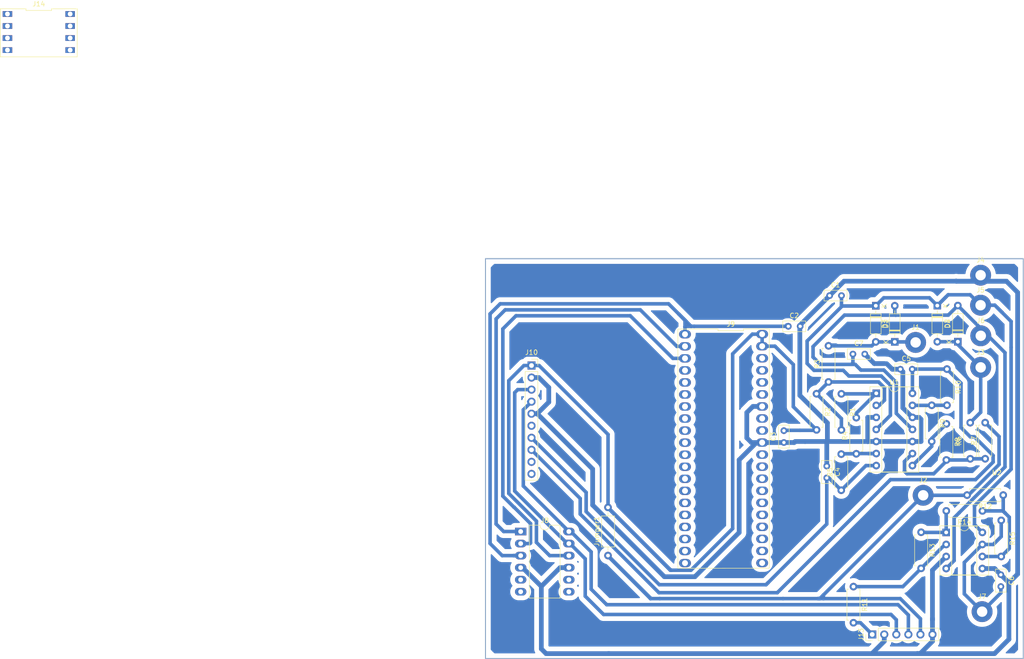
<source format=kicad_pcb>
(kicad_pcb (version 20221018) (generator pcbnew)
  (layers (0 "F.Cu" signal) (31 "B.Cu" signal) (34 "B.Paste" user) (35 "F.Paste" user) (36 "B.SilkS" user "B.Silkscreen") (37 "F.SilkS" user "F.Silkscreen") (38 "B.Mask" user) (39 "F.Mask" user) (44 "Edge.Cuts" user))
  (net 0 "")
  (net 1 "+5V")
  (net 2 "Net-(D3-A)")
  (net 3 "GND")
  (net 4 "Net-(J7-Pin_1)")
  (net 5 "Net-(J14-Pin_1)")
  (net 6 "Net-(J14-Pin_2)")
  (net 7 "Net-(J14-Pin_3)")
  (net 36 "Net-(J10-Pin_3)")
  (net 37 "Net-(J10-Pin_4)")
  (net 39 "Net-(J10-Pin_7)")
  (net 40 "Net-(J10-Pin_8)")
  (net 41 "Net-(J13-Pin_1)")
  (net 42 "Net-(R1-Pad1)")
  (net 43 "Net-(U1A--)")
  (net 44 "Net-(U1B--)")
  (net 45 "Net-(U1C--)")
  (net 46 "Net-(R8-Pad1)")
  (net 47 "Net-(U1D--)")
  (net 48 "Net-(U2A--)")
  (net 49 "Net-(U2B--)")
  (net 50 "Net-(R13-Pad1)")
  (net 51 "Net-(D1-K)")
  (net 52 "Net-(D1-A)")
  (net 53 "Net-(D2-A)")
  (footprint "Capacitor_THT:C_Rect_L4.6mm_W2.0mm_P2.50mm_MKS02_FKP02" (layer "F.Cu") (at 174.235 96.505 -90)
    (fp_text reference "C4")
    (fp_text value "100n")
  )
  (footprint "Diode_THT:D_DO-35_SOD27_P7.62mm_Horizontal" (layer "F.Cu") (at 197.525 62.665 -90)
    (fp_text reference "D2")
    (fp_text value "1N4749A")
  )
  (footprint "Capacitor_THT:C_Rect_L4.6mm_W2.0mm_P2.50mm_MKS02_FKP02" (layer "F.Cu") (at 166.13 67.03)
    (fp_text reference "C2")
    (fp_text value "100n")
  )
  (footprint "MountingHole:MountingHole_2.2mm_M2_Pad" (layer "F.Cu") (at 206.69 69.03)
    (fp_text reference "J6")
    (fp_text value "-12V")
  )
  (footprint "MountingHole:MountingHole_2.2mm_M2_Pad" (layer "F.Cu") (at 206.65 62.58)
    (fp_text reference "J5")
    (fp_text value "+12V")
  )
  (footprint "MountingHole:MountingHole_2.2mm_M2_Pad" (layer "F.Cu") (at 206.97 127.21)
    (fp_text reference "J7")
    (fp_text value "VM")
  )
  (footprint "MountingHole:MountingHole_2.2mm_M2_Pad" (layer "F.Cu") (at 192.96 70.43)
    (fp_text reference "J1")
    (fp_text value "VP")
  )
  (footprint "Capacitor_THT:C_Rect_L4.6mm_W2.0mm_P2.50mm_MKS02_FKP02" (layer "F.Cu") (at 210.92 119.42 -90)
    (fp_text reference "C6")
    (fp_text value "100n")
  )
  (footprint "Diode_THT:D_DO-35_SOD27_P7.62mm_Horizontal" (layer "F.Cu") (at 184.565 62.695 -90)
    (fp_text reference "D1")
    (fp_text value "1N4749A")
  )
  (footprint "Library:DIP-40_DAN_EXT-RaspGPIO" (layer "F.Cu") (at 154.01 92.82)
    (fp_text reference "J9")
    (fp_text value "Raspberry_Pi_2_3")
  )
  (footprint "Resistor_THT:R_Axial_DIN0207_L6.3mm_D2.5mm_P7.62mm_Horizontal" (layer "F.Cu") (at 177.285 101.605 90)
    (fp_text reference "R5")
    (fp_text value "2k")
  )
  (footprint "Resistor_THT:R_Axial_DIN0207_L6.3mm_D2.5mm_P7.62mm_Horizontal" (layer "F.Cu") (at 180.455 93.915 90)
    (fp_text reference "R4")
    (fp_text value "2k")
  )
  (footprint "Resistor_THT:R_Axial_DIN0207_L6.3mm_D2.5mm_P7.62mm_Horizontal" (layer "F.Cu") (at 194.12 110.46 -90)
    (fp_text reference "R13")
    (fp_text value "20k")
  )
  (footprint "Capacitor_THT:C_Rect_L4.6mm_W2.0mm_P2.50mm_MKS02_FKP02" (layer "F.Cu") (at 174.835 60.555)
    (fp_text reference "C1")
    (fp_text value "100n")
  )
  (footprint "Resistor_THT:R_Axial_DIN0207_L6.3mm_D2.5mm_P7.62mm_Horizontal" (layer "F.Cu") (at 211 107.96 -90)
    (fp_text reference "R15")
    (fp_text value "10k")
  )
  (footprint "Package_DIP:DIP-8_W7.62mm_Socket" (layer "F.Cu") (at 199.4 110.5)
    (fp_text reference "U2")
    (fp_text value "NE5532")
  )
  (footprint "Resistor_THT:R_Axial_DIN0207_L6.3mm_D2.5mm_P7.62mm_Horizontal" (layer "F.Cu") (at 196.355 83.685 -90)
    (fp_text reference "R9")
    (fp_text value "2k")
  )
  (footprint "Resistor_THT:R_Axial_DIN0207_L6.3mm_D2.5mm_P7.62mm_Horizontal" (layer "F.Cu") (at 204.465 94.975 90)
    (fp_text reference "R6")
    (fp_text value "20k")
  )
  (footprint "Package_DIP:DIP-14_W7.62mm_Socket" (layer "F.Cu") (at 184.665 81.165)
    (fp_text reference "U1")
    (fp_text value "TL084")
  )
  (footprint "Connector_PinSocket_2.54mm:PinSocket_1x10_P2.54mm_Vertical" (layer "F.Cu") (at 112.01 75.3)
    (fp_text reference "J10")
    (fp_text value "ADS1115")
  )
  (footprint "MountingHole:MountingHole_2.2mm_M2_Pad" (layer "F.Cu") (at 194.55 102.67)
    (fp_text reference "J2")
    (fp_text value "+5V")
  )
  (footprint "Resistor_THT:R_Axial_DIN0207_L6.3mm_D2.5mm_P7.62mm_Horizontal" (layer "F.Cu") (at 172.075 81.255 -90)
    (fp_text reference "R2")
    (fp_text value "20k")
  )
  (footprint "Resistor_THT:R_Axial_DIN0207_L6.3mm_D2.5mm_P10.16mm_Horizontal" (layer "F.Cu") (at 128.13 115.38 90)
    (fp_text reference "Jumper1")
    (fp_text value "0R")
  )
  (footprint "Resistor_THT:R_Axial_DIN0207_L6.3mm_D2.5mm_P7.62mm_Horizontal" (layer "F.Cu") (at 207.04 105.96 180)
    (fp_text reference "R14")
    (fp_text value "10k")
  )
  (footprint "Diode_THT:D_DO-35_SOD27_P7.62mm_Horizontal" (layer "F.Cu") (at 188.565 70.315 90)
    (fp_text reference "D3")
    (fp_text value "1N4749A")
  )
  (footprint "Resistor_THT:R_Axial_DIN0207_L6.3mm_D2.5mm_P7.62mm_Horizontal" (layer "F.Cu") (at 199.565 76.055 -90)
    (fp_text reference "R10")
    (fp_text value "2k")
  )
  (footprint "Resistor_THT:R_Axial_DIN0207_L6.3mm_D2.5mm_P7.62mm_Horizontal" (layer "F.Cu") (at 177.315 81.275 -90)
    (fp_text reference "R1")
    (fp_text value "10k")
  )
  (footprint "Capacitor_THT:C_Rect_L4.6mm_W2.0mm_P2.50mm_MKS02_FKP02" (layer "F.Cu") (at 179.745 72.885)
    (fp_text reference "C7")
    (fp_text value "100n")
  )
  (footprint "Library:DIP-12_DAN.GPIO_Conn" (layer "F.Cu") (at 109.725 110.31)
    (fp_text reference "J8")
    (fp_text value "Conn_01x12_Pin")
  )
  (footprint "Library:DIP-8_DAN GPIO Connector" (layer "F.Cu") (at 8.295 5.35)
    (fp_text reference "J14")
    (fp_text value "Level Shifter")
  )
  (footprint "Resistor_THT:R_Axial_DIN0207_L6.3mm_D2.5mm_P7.62mm_Horizontal" (layer "F.Cu") (at 211.42 102.63 180)
    (fp_text reference "R12")
    (fp_text value "10k")
  )
  (footprint "Resistor_THT:R_Axial_DIN0207_L6.3mm_D2.5mm_P7.62mm_Horizontal" (layer "F.Cu") (at 207.615 94.965 90)
    (fp_text reference "R7")
    (fp_text value "20k")
  )
  (footprint "MountingHole:MountingHole_2.2mm_M2_Pad" (layer "F.Cu") (at 206.67 75.69)
    (fp_text reference "J3")
    (fp_text value "VT")
  )
  (footprint "Resistor_THT:R_Axial_DIN0207_L6.3mm_D2.5mm_P7.62mm_Horizontal" (layer "F.Cu") (at 179.86 121.93 -90)
    (fp_text reference "R11")
    (fp_text value "10k")
  )
  (footprint "Diode_THT:D_DO-35_SOD27_P7.62mm_Horizontal" (layer "F.Cu") (at 201.855 70.275 90)
    (fp_text reference "D4")
    (fp_text value "1N4749A")
  )
  (footprint "Capacitor_THT:C_Rect_L4.6mm_W2.0mm_P2.50mm_MKS02_FKP02" (layer "F.Cu") (at 189.745 76.085)
    (fp_text reference "C5")
    (fp_text value "100n")
  )
  (footprint "Resistor_THT:R_Axial_DIN0207_L6.3mm_D2.5mm_P7.62mm_Horizontal" (layer "F.Cu") (at 174.605 78.765 90)
    (fp_text reference "R3")
    (fp_text value "20k")
  )
  (footprint "Connector_PinHeader_2.54mm:PinHeader_1x06_P2.54mm_Vertical" (layer "F.Cu") (at 183.81 132.02 90)
    (fp_text reference "J13")
    (fp_text value "MCP 4725")
  )
  (footprint "Capacitor_THT:C_Rect_L4.6mm_W2.0mm_P2.50mm_MKS02_FKP02" (layer "F.Cu") (at 165.2 91.54 90)
    (fp_text reference "C3")
    (fp_text value "100n")
  )
  (footprint "MountingHole:MountingHole_2.2mm_M2_Pad" (layer "F.Cu") (at 206.66 56.25)
    (fp_text reference "J4")
    (fp_text value "0V")
  )
  (footprint "Resistor_THT:R_Axial_DIN0207_L6.3mm_D2.5mm_P7.62mm_Horizontal" (layer "F.Cu") (at 199.435 87.605 -90)
    (fp_text reference "R8")
    (fp_text value "10k")
  )
  (gr_rect (start 102.319032 52.760054) (end 215.649032 137.110054) (stroke (width 0.2)) (fill none) (layer "B.Cu"))
  (gr_rect (start 102.319032 52.710054) (end 215.649032 137.110054) (stroke (width 0.1)) (fill none) (layer "Edge.Cuts"))
  (segment (start 137.08 124.33) (end 128.13 115.38) (width 0.75) (layer "B.Cu") (net 1))
  (segment (start 193.97 128.702233) (end 193.97 132.02) (width 0.75) (layer "B.Cu") (net 1))
  (segment (start 110.41 75.3) (end 107.22 78.49) (width 0.75) (layer "B.Cu") (net 1))
  (segment (start 163.33 71.23) (end 167.185 75.085) (width 0.75) (layer "B.Cu") (net 1))
  (segment (start 137.08 124.46) (end 137.08 124.33) (width 0.75) (layer "B.Cu") (net 1))
  (segment (start 210.54 90.27) (end 210.54 96.176574) (width 0.75) (layer "B.Cu") (net 1))
  (segment (start 210.54 96.176574) (end 203.996574 102.72) (width 0.75) (layer "B.Cu") (net 1))
  (segment (start 203.76 102.67) (end 203.8 102.63) (width 0.75) (layer "B.Cu") (net 1))
  (segment (start 112.01 75.3) (end 112.01 75.13) (width 0.75) (layer "B.Cu") (net 1))
  (segment (start 128.14 115.52) (end 137.08 124.46) (width 0.75) (layer "B.Cu") (net 1))
  (segment (start 119.885 115.39) (end 120.285 115.39) (width 0.75) (layer "B.Cu") (net 1))
  (segment (start 207.615 87.345) (end 210.54 90.27) (width 0.75) (layer "B.Cu") (net 1))
  (segment (start 160.615 68.69) (end 158.55 68.69) (width 0.75) (layer "B.Cu") (net 1))
  (segment (start 172.42 124.46) (end 173.53 124.46) (width 0.75) (layer "B.Cu") (net 1))
  (segment (start 128.14 105.36) (end 128.14 89.83) (width 0.75) (layer "B.Cu") (net 1))
  (segment (start 158.55 68.69) (end 154.4 72.84) (width 0.75) (layer "B.Cu") (net 1))
  (segment (start 160.615 71.23) (end 163.33 71.23) (width 0.75) (layer "B.Cu") (net 1))
  (segment (start 194.55 102.67) (end 203.76 102.67) (width 0.75) (layer "B.Cu") (net 1))
  (segment (start 113.05 108.117233) (end 113.05 112.6) (width 0.75) (layer "B.Cu") (net 1))
  (segment (start 113.05 112.6) (end 115.84 115.39) (width 0.75) (layer "B.Cu") (net 1))
  (segment (start 165.27 88.97) (end 165.2 89.04) (width 0.75) (layer "B.Cu") (net 1))
  (segment (start 168.58 88.97) (end 165.27 88.97) (width 0.75) (layer "B.Cu") (net 1))
  (segment (start 194.55 102.67) (end 173.53 123.69) (width 0.75) (layer "B.Cu") (net 1))
  (segment (start 107.22 102.287234) (end 113.05 108.117233) (width 0.75) (layer "B.Cu") (net 1))
  (segment (start 173.53 124.46) (end 189.727767 124.46) (width 0.75) (layer "B.Cu") (net 1))
  (segment (start 168.58 88.97) (end 171.98 88.97) (width 0.75) (layer "B.Cu") (net 1))
  (segment (start 112.01 75.3) (end 110.41 75.3) (width 0.75) (layer "B.Cu") (net 1))
  (segment (start 167.185 75.085) (end 167.185 83.985) (width 0.75) (layer "B.Cu") (net 1))
  (segment (start 145.615965 118.47) (end 141.5 118.47) (width 0.75) (layer "B.Cu") (net 1))
  (segment (start 113.61 75.3) (end 112.01 75.3) (width 0.75) (layer "B.Cu") (net 1))
  (segment (start 139.04 124.46) (end 165.02 124.46) (width 0.75) (layer "B.Cu") (net 1))
  (segment (start 141.5 118.47) (end 141.25 118.47) (width 0.75) (layer "B.Cu") (net 1))
  (segment (start 160.615 68.69) (end 160.615 71.23) (width 0.75) (layer "B.Cu") (net 1))
  (segment (start 172.76 124.46) (end 173.53 123.69) (width 0.75) (layer "B.Cu") (net 1))
  (segment (start 115.84 115.39) (end 119.885 115.39) (width 0.75) (layer "B.Cu") (net 1))
  (segment (start 128.13 105.22) (end 141.38 118.47) (width 0.75) (layer "B.Cu") (net 1))
  (segment (start 107.22 78.49) (end 107.22 102.287234) (width 0.75) (layer "B.Cu") (net 1))
  (segment (start 189.727767 124.46) (end 193.97 128.702233) (width 0.75) (layer "B.Cu") (net 1))
  (segment (start 137.08 124.46) (end 139.04 124.46) (width 0.75) (layer "B.Cu") (net 1))
  (segment (start 154.4 72.84) (end 154.4 109.685965) (width 0.75) (layer "B.Cu") (net 1))
  (segment (start 172.42 124.46) (end 172.76 124.46) (width 0.75) (layer "B.Cu") (net 1))
  (segment (start 167.185 83.985) (end 172.075 88.875) (width 0.75) (layer "B.Cu") (net 1))
  (segment (start 171.98 88.97) (end 172.075 88.875) (width 0.75) (layer "B.Cu") (net 1))
  (segment (start 141.38 118.47) (end 141.5 118.47) (width 0.75) (layer "B.Cu") (net 1))
  (segment (start 173.53 123.69) (end 173.53 124.46) (width 0.75) (layer "B.Cu") (net 1))
  (segment (start 165.02 124.46) (end 172.42 124.46) (width 0.75) (layer "B.Cu") (net 1))
  (segment (start 154.4 109.685965) (end 145.615965 118.47) (width 0.75) (layer "B.Cu") (net 1))
  (segment (start 128.14 89.83) (end 113.61 75.3) (width 0.75) (layer "B.Cu") (net 1))
  (segment (start 141.25 118.47) (end 128.14 105.36) (width 0.75) (layer "B.Cu") (net 1))
  (segment (start 202.148148 106.336852) (end 201.075 107.41) (width 0.75) (layer "B.Cu") (net 2))
  (segment (start 211.79 96.69434) (end 211.79 72.59) (width 0.75) (layer "B.Cu") (net 2))
  (segment (start 177.975 64.675) (end 171.345 71.305) (width 0.75) (layer "B.Cu") (net 2))
  (segment (start 181.435 76.265) (end 186.2688 76.265) (width 0.75) (layer "B.Cu") (net 2))
  (segment (start 190.608 87.1081) (end 192.285 88.785) (width 0.75) (layer "B.Cu") (net 2))
  (segment (start 179.745 74.755) (end 179.435 75.065) (width 0.75) (layer "B.Cu") (net 2))
  (segment (start 202.148148 106.336192) (end 202.148148 106.336852) (width 0.75) (layer "B.Cu") (net 2))
  (segment (start 211.79 72.59) (end 201.855 62.655) (width 0.75) (layer "B.Cu") (net 2))
  (segment (start 188.765 64.675) (end 199.835 64.675) (width 0.75) (layer "B.Cu") (net 2))
  (segment (start 188.765 64.675) (end 177.975 64.675) (width 0.75) (layer "B.Cu") (net 2))
  (segment (start 188.89 78.8862) (end 188.89 85.3901) (width 0.75) (layer "B.Cu") (net 2))
  (segment (start 188.89 85.3901) (end 190.608 87.1081) (width 0.75) (layer "B.Cu") (net 2))
  (segment (start 199.835 64.675) (end 201.855 62.655) (width 0.75) (layer "B.Cu") (net 2))
  (segment (start 171.345 73.525) (end 172.885 75.065) (width 0.75) (layer "B.Cu") (net 2))
  (segment (start 172.885 75.065) (end 179.435 75.065) (width 0.75) (layer "B.Cu") (net 2))
  (segment (start 199.4 118.12) (end 201.075 116.445) (width 0.75) (layer "B.Cu") (net 2))
  (segment (start 179.745 72.885) (end 179.745 74.755) (width 0.75) (layer "B.Cu") (net 2))
  (segment (start 188.565 64.475) (end 188.765 64.675) (width 0.75) (layer "B.Cu") (net 2))
  (segment (start 188.565 62.695) (end 188.565 64.475) (width 0.75) (layer "B.Cu") (net 2))
  (segment (start 201.075 116.445) (end 201.075 107.41) (width 0.75) (layer "B.Cu") (net 2))
  (segment (start 171.345 71.305) (end 171.345 73.525) (width 0.75) (layer "B.Cu") (net 2))
  (segment (start 202.148148 106.336192) (end 211.79 96.69434) (width 0.75) (layer "B.Cu") (net 2))
  (segment (start 180.235 75.065) (end 181.435 76.265) (width 0.75) (layer "B.Cu") (net 2))
  (segment (start 179.435 75.065) (end 180.235 75.065) (width 0.75) (layer "B.Cu") (net 2))
  (segment (start 186.2688 76.265) (end 188.89 78.8862) (width 0.75) (layer "B.Cu") (net 2))
  (segment (start 196.51 132.02) (end 196.51 133.46) (width 1) (layer "B.Cu") (net 3))
  (segment (start 158.67 83.93) (end 160.615 83.93) (width 1) (layer "B.Cu") (net 3))
  (segment (start 189.745 76.085) (end 190.265 76.605) (width 1) (layer "B.Cu") (net 3))
  (segment (start 114.08 121.879416) (end 114.08 135.06) (width 1) (layer "B.Cu") (net 3))
  (segment (start 155.775 110.515) (end 146.445 119.845) (width 1) (layer "B.Cu") (net 3))
  (segment (start 124.9 97.147919) (end 113.212081 85.46) (width 1) (layer "B.Cu") (net 3))
  (segment (start 196.51 118.464415) (end 199.394415 115.58) (width 1) (layer "B.Cu") (net 3))
  (segment (start 190.265 76.605) (end 190.265 84.230585) (width 1) (layer "B.Cu") (net 3))
  (segment (start 159.415 91.55) (end 155.775 95.19) (width 1) (layer "B.Cu") (net 3))
  (segment (start 174.365 91.325) (end 182.863 91.325) (width 1) (layer "B.Cu") (net 3))
  (segment (start 155.775 95.19) (end 155.775 110.515) (width 1) (layer "B.Cu") (net 3))
  (segment (start 196.51 133.46) (end 193.97 136) (width 1) (layer "B.Cu") (net 3))
  (segment (start 115.65 83.022081) (end 113.212081 85.46) (width 1) (layer "B.Cu") (net 3))
  (segment (start 193.97 136) (end 193.97 136.06) (width 1) (layer "B.Cu") (net 3))
  (segment (start 167.37 91.54) (end 167.585 91.325) (width 1) (layer "B.Cu") (net 3))
  (segment (start 174.365 87.4063) (end 174.365 91.325) (width 1) (layer "B.Cu") (net 3))
  (segment (start 160.615 91.55) (end 159.415 91.55) (width 1) (layer "B.Cu") (net 3))
  (segment (start 174.835 60.555) (end 177.88 57.51) (width 1) (layer "B.Cu") (net 3))
  (segment (start 214.455 59.885) (end 212.08 57.51) (width 1) (layer "B.Cu") (net 3))
  (segment (start 110.130584 117.93) (end 114.08 121.879416) (width 1) (layer "B.Cu") (net 3))
  (segment (start 189.745 76.085) (end 188.033344 76.085) (width 1) (layer "B.Cu") (net 3))
  (segment (start 174.835 60.555) (end 174.835 60.455) (width 1) (layer "B.Cu") (net 3))
  (segment (start 210.92 119.42) (end 212.62 121.12) (width 1) (layer "B.Cu") (net 3))
  (segment (start 182.863 86.245) (end 184.665 86.245) (width 1) (layer "B.Cu") (net 3))
  (segment (start 209.59 136.06) (end 193.31 136.06) (width 1) (layer "B.Cu") (net 3))
  (segment (start 118.029416 117.93) (end 119.885 117.93) (width 1) (layer "B.Cu") (net 3))
  (segment (start 199.394415 115.58) (end 199.4 115.58) (width 1) (layer "B.Cu") (net 3))
  (segment (start 212.62 133.03) (end 209.59 136.06) (width 1) (layer "B.Cu") (net 3))
  (segment (start 182.245 72.885) (end 184.25 74.89) (width 1) (layer "B.Cu") (net 3))
  (segment (start 115.65 79.94) (end 115.65 83.022081) (width 1) (layer "B.Cu") (net 3))
  (segment (start 169.675 91.325) (end 167.585 91.325) (width 1) (layer "B.Cu") (net 3))
  (segment (start 160.615 83.93) (end 160.835 83.93) (width 1) (layer "B.Cu") (net 3))
  (segment (start 186.35 132.02) (end 186.35 133.46) (width 1) (layer "B.Cu") (net 3))
  (segment (start 168.56 66.83) (end 168.56 81.6013) (width 1) (layer "B.Cu") (net 3))
  (segment (start 201.54 57.51) (end 201.49 57.46) (width 1) (layer "B.Cu") (net 3))
  (segment (start 212.62 121.12) (end 212.62 133.03) (width 1) (layer "B.Cu") (net 3))
  (segment (start 196.51 128.9) (end 196.51 118.464415) (width 1) (layer "B.Cu") (net 3))
  (segment (start 182.863 91.325) (end 184.665 91.325) (width 1) (layer "B.Cu") (net 3))
  (segment (start 188.033344 76.085) (end 186.868344 74.92) (width 1) (layer "B.Cu") (net 3))
  (segment (start 196.51 132.02) (end 196.51 128.9) (width 1) (layer "B.Cu") (net 3))
  (segment (start 209.62 118.12) (end 210.92 119.42) (width 1) (layer "B.Cu") (net 3))
  (segment (start 174.835 60.555) (end 168.56 66.83) (width 1) (layer "B.Cu") (net 3))
  (segment (start 186.35 133.46) (end 183.81 136) (width 1) (layer "B.Cu") (net 3))
  (segment (start 190.265 84.230585) (end 192.279415 86.245) (width 1) (layer "B.Cu") (net 3))
  (segment (start 157.38 85.22) (end 158.67 83.93) (width 1) (layer "B.Cu") (net 3))
  (segment (start 177.88 57.51) (end 212.08 57.51) (width 1) (layer "B.Cu") (net 3))
  (segment (start 165.19 91.55) (end 165.2 91.54) (width 1) (layer "B.Cu") (net 3))
  (segment (start 184.25 74.89) (end 186.457556 74.89) (width 1) (layer "B.Cu") (net 3))
  (segment (start 214.455 119.285) (end 214.455 59.885) (width 1) (layer "B.Cu") (net 3))
  (segment (start 174.365 91.325) (end 169.675 91.325) (width 1) (layer "B.Cu") (net 3))
  (segment (start 146.445 119.845) (end 140.015 119.845) (width 1) (layer "B.Cu") (net 3))
  (segment (start 113.212081 85.46) (end 112.01 85.46) (width 1) (layer "B.Cu") (net 3))
  (segment (start 192.279415 86.245) (end 192.285 86.245) (width 1) (layer "B.Cu") (net 3))
  (segment (start 194.087 91.325) (end 192.285 91.325) (width 1) (layer "B.Cu") (net 3))
  (segment (start 174.235 91.455) (end 174.365 91.325) (width 1) (layer "B.Cu") (net 3))
  (segment (start 174.235 96.505) (end 174.235 91.455) (width 1) (layer "B.Cu") (net 3))
  (segment (start 140.015 119.845) (end 124.9 104.73) (width 1) (layer "B.Cu") (net 3))
  (segment (start 114.08 135.06) (end 115.08 136.06) (width 1) (layer "B.Cu") (net 3))
  (segment (start 193.97 136.06) (end 193.31 136.06) (width 1) (layer "B.Cu") (net 3))
  (segment (start 192.285 91.325) (end 184.665 91.325) (width 1) (layer "B.Cu") (net 3))
  (segment (start 168.56 81.6013) (end 174.365 87.4063) (width 1) (layer "B.Cu") (net 3))
  (segment (start 113.55 77.84) (end 115.65 79.94) (width 1) (layer "B.Cu") (net 3))
  (segment (start 124.9 104.73) (end 124.9 97.147919) (width 1) (layer "B.Cu") (net 3))
  (segment (start 157.38 90.565) (end 157.38 85.22) (width 1) (layer "B.Cu") (net 3))
  (segment (start 192.285 86.245) (end 193.711 86.245) (width 1) (layer "B.Cu") (net 3))
  (segment (start 160.615 91.55) (end 165.19 91.55) (width 1) (layer "B.Cu") (net 3))
  (segment (start 193.711 86.245) (end 194.087 86.6209) (width 1) (layer "B.Cu") (net 3))
  (segment (start 160.615 91.55) (end 158.365 91.55) (width 1) (layer "B.Cu") (net 3))
  (segment (start 182.863 91.325) (end 182.863 86.245) (width 1) (layer "B.Cu") (net 3))
  (segment (start 207.02 118.12) (end 209.62 118.12) (width 1) (layer "B.Cu") (net 3))
  (segment (start 194.087 86.6209) (end 194.087 91.325) (width 1) (layer "B.Cu") (net 3))
  (segment (start 193.31 136.06) (end 128.18 136.06) (width 1) (layer "B.Cu") (net 3))
  (segment (start 212.62 121.12) (end 214.455 119.285) (width 1) (layer "B.Cu") (net 3))
  (segment (start 158.365 91.55) (end 157.38 90.565) (width 1) (layer "B.Cu") (net 3))
  (segment (start 114.08 121.879416) (end 118.029416 117.93) (width 1) (layer "B.Cu") (net 3))
  (segment (start 196.51 128.63) (end 196.51 128.9) (width 1) (layer "B.Cu") (net 3))
  (segment (start 115.08 136.06) (end 128.38 136.06) (width 1) (layer "B.Cu") (net 3))
  (segment (start 199.38 115.58) (end 199.4 115.58) (width 1) (layer "B.Cu") (net 3))
  (segment (start 109.725 117.93) (end 110.130584 117.93) (width 1) (layer "B.Cu") (net 3))
  (segment (start 212.08 57.51) (end 201.54 57.51) (width 1) (layer "B.Cu") (net 3))
  (segment (start 165.2 91.54) (end 167.37 91.54) (width 1) (layer "B.Cu") (net 3))
  (segment (start 112.01 77.84) (end 113.55 77.84) (width 1) (layer "B.Cu") (net 3))
  (segment (start 203.220001 116.839999) (end 203.220001 123.460001) (width 0.75) (layer "B.Cu") (net 4))
  (segment (start 207.02 113.04) (end 209.33 113.04) (width 0.75) (layer "B.Cu") (net 4))
  (segment (start 203.220001 123.460001) (end 206.97 127.21) (width 0.75) (layer "B.Cu") (net 4))
  (segment (start 207.02 113.04) (end 203.220001 116.839999) (width 0.75) (layer "B.Cu") (net 4))
  (segment (start 210.92 121.92) (end 210.92 123.26) (width 0.75) (layer "B.Cu") (net 4))
  (segment (start 209.33 113.04) (end 211 111.37) (width 0.75) (layer "B.Cu") (net 4))
  (segment (start 210.92 123.26) (end 206.97 127.21) (width 0.75) (layer "B.Cu") (net 4))
  (segment (start 211 111.37) (end 211 107.96) (width 0.75) (layer "B.Cu") (net 4))
  (segment (start 105.84 115.39) (end 103.28 112.83) (width 0.75) (layer "B.Cu") (net 5))
  (segment (start 105.4 62.29) (end 140.9 62.29) (width 0.75) (layer "B.Cu") (net 5))
  (segment (start 144.358 68.71) (end 144.358 67.13) (width 0.75) (layer "B.Cu") (net 5))
  (segment (start 143.075 64.465) (end 140.9 62.29) (width 0.75) (layer "B.Cu") (net 5))
  (segment (start 166.13 67.03) (end 165.82 66.72) (width 0.75) (layer "B.Cu") (net 5))
  (segment (start 145.64 67.03) (end 144.458 67.03) (width 0.75) (layer "B.Cu") (net 5))
  (segment (start 144.358 65.748) (end 144.035 65.425) (width 0.75) (layer "B.Cu") (net 5))
  (segment (start 109.725 115.39) (end 105.84 115.39) (width 0.75) (layer "B.Cu") (net 5))
  (segment (start 103.28 112.83) (end 103.28 64.41) (width 0.75) (layer "B.Cu") (net 5))
  (segment (start 145.64 67.03) (end 143.075 64.465) (width 0.75) (layer "B.Cu") (net 5))
  (segment (start 144.63 66.02) (end 144.035 65.425) (width 0.75) (layer "B.Cu") (net 5))
  (segment (start 109.725 115.39) (end 108.22 115.39) (width 0.75) (layer "B.Cu") (net 5))
  (segment (start 146.31 67.03) (end 145.64 67.03) (width 0.75) (layer "B.Cu") (net 5))
  (segment (start 103.28 64.41) (end 105.4 62.29) (width 0.75) (layer "B.Cu") (net 5))
  (segment (start 146.31 67.03) (end 166.13 67.03) (width 0.75) (layer "B.Cu") (net 5))
  (segment (start 144.458 67.03) (end 144.358 67.13) (width 0.75) (layer "B.Cu") (net 5))
  (segment (start 144.358 67.13) (end 144.358 65.748) (width 0.75) (layer "B.Cu") (net 5))
  (segment (start 144.035 65.425) (end 143.075 64.465) (width 0.75) (layer "B.Cu") (net 5))
  (segment (start 104.55 65.47) (end 104.55 108.72) (width 0.75) (layer "B.Cu") (net 6))
  (segment (start 106.14 110.31) (end 109.725 110.31) (width 0.75) (layer "B.Cu") (net 6))
  (segment (start 142.63 71.25) (end 134.94 63.56) (width 0.75) (layer "B.Cu") (net 6))
  (segment (start 104.55 108.72) (end 106.14 110.31) (width 0.75) (layer "B.Cu") (net 6))
  (segment (start 108.52 110.31) (end 109.725 110.31) (width 0.75) (layer "B.Cu") (net 6))
  (segment (start 134.94 63.56) (end 106.46 63.56) (width 0.75) (layer "B.Cu") (net 6))
  (segment (start 106.46 63.56) (end 104.55 65.47) (width 0.75) (layer "B.Cu") (net 6))
  (segment (start 144.358 71.25) (end 142.63 71.25) (width 0.75) (layer "B.Cu") (net 6))
  (segment (start 105.97 67.58) (end 105.97 102.84) (width 0.75) (layer "B.Cu") (net 7))
  (segment (start 132.83 64.81) (end 108.74 64.81) (width 0.75) (layer "B.Cu") (net 7))
  (segment (start 111.8 108.635) (end 111.8 112.725) (width 0.75) (layer "B.Cu") (net 7))
  (segment (start 111.8 112.725) (end 111.675 112.85) (width 0.75) (layer "B.Cu") (net 7))
  (segment (start 108.315 105.185) (end 105.97 102.84) (width 0.75) (layer "B.Cu") (net 7))
  (segment (start 108.35 105.185) (end 108.315 105.185) (width 0.75) (layer "B.Cu") (net 7))
  (segment (start 108.74 64.81) (end 105.97 67.58) (width 0.75) (layer "B.Cu") (net 7))
  (segment (start 108.35 105.185) (end 111.8 108.635) (width 0.75) (layer "B.Cu") (net 7))
  (segment (start 111.675 112.85) (end 109.725 112.85) (width 0.75) (layer "B.Cu") (net 7))
  (segment (start 141.81 73.79) (end 132.83 64.81) (width 0.75) (layer "B.Cu") (net 7))
  (segment (start 144.358 73.79) (end 141.81 73.79) (width 0.75) (layer "B.Cu") (net 7))
  (segment (start 119.485 112.85) (end 119.885 112.85) (width 0.75) (layer "B.Cu") (net 36))
  (segment (start 127.2 127.805) (end 123.33 123.935) (width 0.75) (layer "B.Cu") (net 36))
  (segment (start 109.1 80.38) (end 108.47 81.01) (width 0.75) (layer "B.Cu") (net 36))
  (segment (start 108.47 101.769466) (end 119.550534 112.85) (width 0.75) (layer "B.Cu") (net 36))
  (segment (start 108.47 81.01) (end 108.47 101.769466) (width 0.75) (layer "B.Cu") (net 36))
  (segment (start 123.33 116.066192) (end 120.113808 112.85) (width 0.75) (layer "B.Cu") (net 36))
  (segment (start 123.33 123.935) (end 123.33 116.066192) (width 0.75) (layer "B.Cu") (net 36))
  (segment (start 188.89 132.02) (end 188.89 128.92) (width 0.75) (layer "B.Cu") (net 36))
  (segment (start 120.113808 112.85) (end 119.885 112.85) (width 0.75) (layer "B.Cu") (net 36))
  (segment (start 188.89 128.92) (end 187.775 127.805) (width 0.75) (layer "B.Cu") (net 36))
  (segment (start 119.550534 112.85) (end 119.885 112.85) (width 0.75) (layer "B.Cu") (net 36))
  (segment (start 112.01 80.38) (end 109.1 80.38) (width 0.75) (layer "B.Cu") (net 36))
  (segment (start 187.775 127.805) (end 127.2 127.805) (width 0.75) (layer "B.Cu") (net 36))
  (segment (start 191.430001 127.93) (end 191.43 132.02) (width 0.75) (layer "B.Cu") (net 37))
  (segment (start 124.58 122.46) (end 127.86 125.74) (width 0.75) (layer "B.Cu") (net 37))
  (segment (start 119.885 110.31) (end 120.285 110.31) (width 0.75) (layer "B.Cu") (net 37))
  (segment (start 127.86 125.74) (end 189.240001 125.74) (width 0.75) (layer "B.Cu") (net 37))
  (segment (start 110.285 84.645) (end 110.285 100.71) (width 0.75) (layer "B.Cu") (net 37))
  (segment (start 124.58 114.605) (end 124.58 122.46) (width 0.75) (layer "B.Cu") (net 37))
  (segment (start 119.59916 110.31) (end 119.885 110.31) (width 0.75) (layer "B.Cu") (net 37))
  (segment (start 110.285 100.71) (end 119.885 110.31) (width 0.75) (layer "B.Cu") (net 37))
  (segment (start 189.240001 125.74) (end 191.430001 127.93) (width 0.75) (layer "B.Cu") (net 37))
  (segment (start 112.01 82.92) (end 111.403375 82.92) (width 0.75) (layer "B.Cu") (net 37))
  (segment (start 112.01 82.92) (end 110.285 84.645) (width 0.75) (layer "B.Cu") (net 37))
  (segment (start 120.285 110.31) (end 124.58 114.605) (width 0.75) (layer "B.Cu") (net 37))
  (segment (start 184.665 96.405) (end 182.485 96.405) (width 0.75) (layer "B.Cu") (net 39))
  (segment (start 182.485 96.405) (end 177.285 101.605) (width 0.75) (layer "B.Cu") (net 39))
  (segment (start 161.872982 121.092982) (end 174.235 108.730965) (width 0.75) (layer "B.Cu") (net 39))
  (segment (start 112.01 90.54) (end 123.525 102.055) (width 0.75) (layer "B.Cu") (net 39))
  (segment (start 161.440964 121.525) (end 161.872982 121.092982) (width 0.75) (layer "B.Cu") (net 39))
  (segment (start 174.685 99.005) (end 177.285 101.605) (width 0.75) (layer "B.Cu") (net 39))
  (segment (start 123.525 106.105) (end 138.945 121.525) (width 0.75) (layer "B.Cu") (net 39))
  (segment (start 161.440965 121.525) (end 161.872982 121.092982) (width 0.75) (layer "B.Cu") (net 39))
  (segment (start 174.235 108.730965) (end 174.235 99.005) (width 0.75) (layer "B.Cu") (net 39))
  (segment (start 138.945 121.525) (end 161.440964 121.525) (width 0.75) (layer "B.Cu") (net 39))
  (segment (start 174.235 99.005) (end 174.685 99.005) (width 0.75) (layer "B.Cu") (net 39))
  (segment (start 123.525 102.055) (end 123.525 106.105) (width 0.75) (layer "B.Cu") (net 39))
  (segment (start 202.525 79.015) (end 199.565 76.055) (width 0.75) (layer "B.Cu") (net 40))
  (segment (start 122.275 103.345) (end 122.275 106.622766) (width 0.75) (layer "B.Cu") (net 40))
  (segment (start 205.580808 99.368) (end 209.29 95.658808) (width 0.75) (layer "B.Cu") (net 40))
  (segment (start 209.29 94.271192) (end 205.343808 90.325) (width 0.75) (layer "B.Cu") (net 40))
  (segment (start 122.275 106.622766) (end 138.862234 123.21) (width 0.75) (layer "B.Cu") (net 40))
  (segment (start 192.275 76.055) (end 192.245 76.085) (width 0.75) (layer "B.Cu") (net 40))
  (segment (start 205.343808 90.325) (end 204.465 90.325) (width 0.75) (layer "B.Cu") (net 40))
  (segment (start 187.652 99.368) (end 205.580808 99.368) (width 0.75) (layer "B.Cu") (net 40))
  (segment (start 204.465 90.325) (end 202.525 88.385) (width 0.75) (layer "B.Cu") (net 40))
  (segment (start 209.29 95.658808) (end 209.29 94.271192) (width 0.75) (layer "B.Cu") (net 40))
  (segment (start 192.285 81.165) (end 192.285 76.125) (width 0.75) (layer "B.Cu") (net 40))
  (segment (start 138.862234 123.21) (end 163.81 123.21) (width 0.75) (layer "B.Cu") (net 40))
  (segment (start 192.285 76.125) (end 192.245 76.085) (width 0.75) (layer "B.Cu") (net 40))
  (segment (start 202.525 88.385) (end 202.525 79.015) (width 0.75) (layer "B.Cu") (net 40))
  (segment (start 163.81 123.21) (end 187.652 99.368) (width 0.75) (layer "B.Cu") (net 40))
  (segment (start 199.565 76.055) (end 192.275 76.055) (width 0.75) (layer "B.Cu") (net 40))
  (segment (start 112.01 93.08) (end 122.275 103.345) (width 0.75) (layer "B.Cu") (net 40))
  (segment (start 181.34 129.55) (end 183.81 132.02) (width 0.75) (layer "B.Cu") (net 41))
  (segment (start 179.86 129.55) (end 181.34 129.55) (width 0.75) (layer "B.Cu") (net 41))
  (segment (start 180.455 85.375) (end 184.665 81.165) (width 0.75) (layer "B.Cu") (net 42))
  (segment (start 180.455 86.295) (end 180.455 85.375) (width 0.75) (layer "B.Cu") (net 42))
  (segment (start 177.315 81.275) (end 184.555 81.275) (width 0.75) (layer "B.Cu") (net 42))
  (segment (start 184.555 81.275) (end 184.665 81.165) (width 0.75) (layer "B.Cu") (net 42))
  (segment (start 172.075 81.255) (end 172.115 81.255) (width 0.75) (layer "B.Cu") (net 43))
  (segment (start 185.155 78.765) (end 186.39 80) (width 0.75) (layer "B.Cu") (net 43))
  (segment (start 186.39 80) (end 186.39 82.615) (width 0.75) (layer "B.Cu") (net 43))
  (segment (start 185.3 83.705) (end 184.665 83.705) (width 0.75) (layer "B.Cu") (net 43))
  (segment (start 174.605 78.765) (end 185.155 78.765) (width 0.75) (layer "B.Cu") (net 43))
  (segment (start 172.075 81.255) (end 177.315 86.495) (width 0.75) (layer "B.Cu") (net 43))
  (segment (start 177.315 86.495) (end 177.315 88.895) (width 0.75) (layer "B.Cu") (net 43))
  (segment (start 186.39 82.615) (end 185.3 83.705) (width 0.75) (layer "B.Cu") (net 43))
  (segment (start 172.115 81.255) (end 174.605 78.765) (width 0.75) (layer "B.Cu") (net 43))
  (segment (start 180.505 93.865) (end 180.455 93.915) (width 0.75) (layer "B.Cu") (net 44))
  (segment (start 182.988 93.865) (end 184.665 93.865) (width 0.75) (layer "B.Cu") (net 44))
  (segment (start 177.355 93.915) (end 177.285 93.985) (width 0.75) (layer "B.Cu") (net 44))
  (segment (start 180.455 93.915) (end 177.355 93.915) (width 0.75) (layer "B.Cu") (net 44))
  (segment (start 184.665 93.865) (end 180.505 93.865) (width 0.75) (layer "B.Cu") (net 44))
  (segment (start 191.138 98.118) (end 196.778 98.118) (width 0.75) (layer "B.Cu") (net 45))
  (segment (start 204.465 94.975) (end 207.605 94.975) (width 0.75) (layer "B.Cu") (net 45))
  (segment (start 190.61 97.59) (end 191.138 98.118) (width 0.75) (layer "B.Cu") (net 45))
  (segment (start 190.61 95.54) (end 190.61 97.59) (width 0.75) (layer "B.Cu") (net 45))
  (segment (start 207.605 94.975) (end 207.615 94.965) (width 0.75) (layer "B.Cu") (net 45))
  (segment (start 204.215 95.225) (end 204.465 94.975) (width 0.75) (layer "B.Cu") (net 45))
  (segment (start 199.435 95.225) (end 204.215 95.225) (width 0.75) (layer "B.Cu") (net 45))
  (segment (start 192.285 93.865) (end 190.61 95.54) (width 0.75) (layer "B.Cu") (net 45))
  (segment (start 196.778 98.118) (end 199.905 94.991) (width 0.75) (layer "B.Cu") (net 45))
  (segment (start 196.355 90.685) (end 199.435 87.605) (width 0.75) (layer "B.Cu") (net 46))
  (segment (start 196.355 92.335) (end 192.285 96.405) (width 0.75) (layer "B.Cu") (net 46))
  (segment (start 196.355 91.305) (end 196.355 90.685) (width 0.75) (layer "B.Cu") (net 46))
  (segment (start 196.355 91.305) (end 196.355 92.335) (width 0.75) (layer "B.Cu") (net 46))
  (segment (start 196.355 83.685) (end 199.555 83.685) (width 0.75) (layer "B.Cu") (net 47))
  (segment (start 196.335 83.705) (end 196.355 83.685) (width 0.75) (layer "B.Cu") (net 47))
  (segment (start 196.375 83.665) (end 196.355 83.685) (width 0.75) (layer "B.Cu") (net 47))
  (segment (start 192.285 83.705) (end 196.335 83.705) (width 0.75) (layer "B.Cu") (net 47))
  (segment (start 199.555 83.685) (end 199.565 83.675) (width 0.75) (layer "B.Cu") (net 47))
  (segment (start 179.86 121.93) (end 190.27 121.93) (width 0.75) (layer "B.Cu") (net 48))
  (segment (start 190.27 121.93) (end 194.12 118.08) (width 0.75) (layer "B.Cu") (net 48))
  (segment (start 199.4 113.04) (end 199.16 113.04) (width 0.75) (layer "B.Cu") (net 48))
  (segment (start 199.16 113.04) (end 194.12 118.08) (width 0.75) (layer "B.Cu") (net 48))
  (segment (start 211.42 102.63) (end 211.42 106.011192) (width 0.75) (layer "B.Cu") (net 49))
  (segment (start 211.368808 105.96) (end 211.829404 106.420596) (width 0.75) (layer "B.Cu") (net 49))
  (segment (start 211.42 106.011192) (end 211.829404 106.420596) (width 0.75) (layer "B.Cu") (net 49))
  (segment (start 207.04 105.96) (end 211.368808 105.96) (width 0.75) (layer "B.Cu") (net 49))
  (segment (start 212.695 107.286192) (end 212.695 113.885) (width 0.75) (layer "B.Cu") (net 49))
  (segment (start 207.02 105.94) (end 207.04 105.96) (width 0.75) (layer "B.Cu") (net 49))
  (segment (start 212.695 113.885) (end 211 115.58) (width 0.75) (layer "B.Cu") (net 49))
  (segment (start 207.02 115.58) (end 211 115.58) (width 0.75) (layer "B.Cu") (net 49))
  (segment (start 211.829404 106.420596) (end 212.695 107.286192) (width 0.75) (layer "B.Cu") (net 49))
  (segment (start 199.4 110.5) (end 194.16 110.5) (width 0.75) (layer "B.Cu") (net 50))
  (segment (start 199.39 110.49) (end 199.4 110.5) (width 0.75) (layer "B.Cu") (net 50))
  (segment (start 194.16 110.5) (end 194.12 110.46) (width 0.75) (layer "B.Cu") (net 50))
  (segment (start 199.4 105.98) (end 199.42 105.96) (width 0.75) (layer "B.Cu") (net 50))
  (segment (start 199.4 110.5) (end 199.4 105.98) (width 0.75) (layer "B.Cu") (net 50))
  (segment (start 185.7022 77.515) (end 178.905 77.515) (width 0.75) (layer "B.Cu") (net 51))
  (segment (start 204.450001 60.380001) (end 206.65 62.58) (width 0.75) (layer "B.Cu") (net 51))
  (segment (start 170.095 74.865) (end 170.095 70.135) (width 0.75) (layer "B.Cu") (net 51))
  (segment (start 195.88 61.02) (end 197.525 62.665) (width 0.75) (layer "B.Cu") (net 51))
  (segment (start 178.905 77.515) (end 177.705 76.315) (width 0.75) (layer "B.Cu") (net 51))
  (segment (start 170.095 70.135) (end 177.485 62.745) (width 0.75) (layer "B.Cu") (net 51))
  (segment (start 171.545 76.315) (end 170.095 74.865) (width 0.75) (layer "B.Cu") (net 51))
  (segment (start 184.355 62.745) (end 177.485 62.745) (width 0.75) (layer "B.Cu") (net 51))
  (segment (start 205.365 108.845) (end 205.365 104.887107) (width 0.75) (layer "B.Cu") (net 51))
  (segment (start 177.335 60.555) (end 177.335 62.595) (width 0.75) (layer "B.Cu") (net 51))
  (segment (start 209.66 62.58) (end 211.195 64.115) (width 0.75) (layer "B.Cu") (net 51))
  (segment (start 211.195 64.115) (end 213.08 66) (width 0.75) (layer "B.Cu") (net 51))
  (segment (start 184.665 88.785) (end 187.64 85.81) (width 0.75) (layer "B.Cu") (net 51))
  (segment (start 207.02 110.5) (end 205.365 108.845) (width 0.75) (layer "B.Cu") (net 51))
  (segment (start 177.705 76.315) (end 171.545 76.315) (width 0.75) (layer "B.Cu") (net 51))
  (segment (start 205.365 104.887107) (end 213.08 97.172107) (width 0.75) (layer "B.Cu") (net 51))
  (segment (start 177.335 62.595) (end 177.485 62.745) (width 0.75) (layer "B.Cu") (net 51))
  (segment (start 186.24 61.02) (end 195.88 61.02) (width 0.75) (layer "B.Cu") (net 51))
  (segment (start 184.565 62.695) (end 186.24 61.02) (width 0.75) (layer "B.Cu") (net 51))
  (segment (start 187.64 85.81) (end 187.64 79.4528) (width 0.75) (layer "B.Cu") (net 51))
  (segment (start 213.08 66) (end 213.08 71.47) (width 0.75) (layer "B.Cu") (net 51))
  (segment (start 213.08 97.172107) (end 213.08 71.47) (width 0.75) (layer "B.Cu") (net 51))
  (segment (start 197.525 62.665) (end 199.809999 60.380001) (width 0.75) (layer "B.Cu") (net 51))
  (segment (start 199.809999 60.380001) (end 204.450001 60.380001) (width 0.75) (layer "B.Cu") (net 51))
  (segment (start 210.04 62.96) (end 211.195 64.115) (width 0.75) (layer "B.Cu") (net 51))
  (segment (start 187.64 79.4528) (end 185.7022 77.515) (width 0.75) (layer "B.Cu") (net 51))
  (segment (start 206.65 62.58) (end 209.66 62.58) (width 0.75) (layer "B.Cu") (net 51))
  (segment (start 197.525 62.665) (end 199.429999 60.760001) (width 0.75) (layer "B.Cu") (net 51))
  (segment (start 193.195 70.315) (end 193.205 70.305) (width 0.75) (layer "B.Cu") (net 52))
  (segment (start 174.505 71.005) (end 176.182 71.005) (width 0.75) (layer "B.Cu") (net 52))
  (segment (start 174.605 71.145) (end 183.735 71.145) (width 0.75) (layer "B.Cu") (net 52))
  (segment (start 184.565 70.315) (end 188.565 70.315) (width 0.75) (layer "B.Cu") (net 52))
  (segment (start 183.735 71.145) (end 184.565 70.315) (width 0.75) (layer "B.Cu") (net 52))
  (segment (start 188.565 70.315) (end 193.195 70.315) (width 0.75) (layer "B.Cu") (net 52))
  (segment (start 206.67 85.15) (end 204.465 87.355) (width 0.75) (layer "B.Cu") (net 53))
  (segment (start 206.67 75.69) (end 206.67 85.15) (width 0.75) (layer "B.Cu") (net 53))
  (segment (start 201.855 70.275) (end 201.855 70.875) (width 0.75) (layer "B.Cu") (net 53))
  (segment (start 197.525 70.285) (end 201.845 70.285) (width 0.75) (layer "B.Cu") (net 53))
  (segment (start 201.855 70.875) (end 206.67 75.69) (width 0.75) (layer "B.Cu") (net 53))
  (segment (start 201.845 70.285) (end 201.855 70.275) (width 0.75) (layer "B.Cu") (net 53))
  (zone (net 0) (net_name "") (layer "B.Cu") (connect_pads (clearance 1)) (min_thickness 0.25) (fill yes (thermal_gap 0.5) (thermal_bridge_width 0.5) (smoothing fillet) (radius 5) (island_removal_mode 1) (island_area_min 10))
    (polygon (pts (xy 215.649032 52.760054) (xy 215.649032 137.110054) (xy 102.319032 137.079964) (xy 102.319032 52.760054)))
  )
)
</source>
